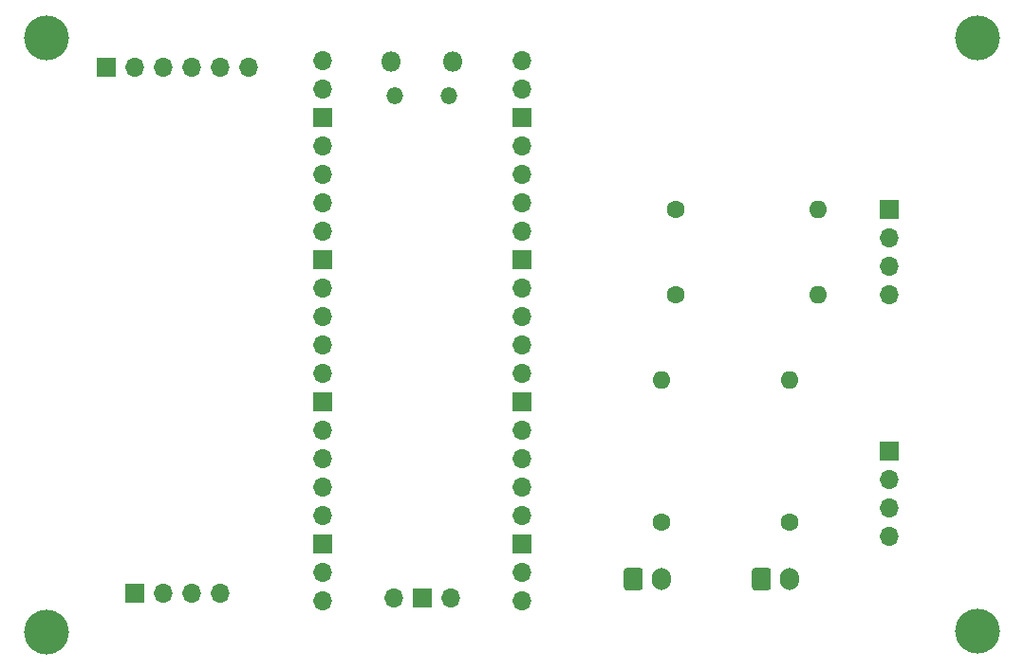
<source format=gbr>
%TF.GenerationSoftware,KiCad,Pcbnew,(5.1.7)-1*%
%TF.CreationDate,2021-05-11T21:19:05+01:00*%
%TF.ProjectId,flowcontrol-v0.1,666c6f77-636f-46e7-9472-6f6c2d76302e,rev?*%
%TF.SameCoordinates,Original*%
%TF.FileFunction,Soldermask,Bot*%
%TF.FilePolarity,Negative*%
%FSLAX46Y46*%
G04 Gerber Fmt 4.6, Leading zero omitted, Abs format (unit mm)*
G04 Created by KiCad (PCBNEW (5.1.7)-1) date 2021-05-11 21:19:05*
%MOMM*%
%LPD*%
G01*
G04 APERTURE LIST*
%ADD10C,4.000000*%
%ADD11O,1.700000X1.700000*%
%ADD12R,1.700000X1.700000*%
%ADD13O,1.700000X2.000000*%
%ADD14O,1.600000X1.600000*%
%ADD15C,1.600000*%
%ADD16O,1.500000X1.500000*%
%ADD17O,1.800000X1.800000*%
G04 APERTURE END LIST*
D10*
%TO.C,REF\u002A\u002A*%
X211074000Y-90106500D03*
%TD*%
%TO.C,REF\u002A\u002A*%
X211010500Y-143065500D03*
%TD*%
%TO.C,REF\u002A\u002A*%
X128016000Y-143129000D03*
%TD*%
%TO.C,REF\u002A\u002A*%
X128016000Y-90106500D03*
%TD*%
D11*
%TO.C,J1*%
X203200000Y-113030000D03*
X203200000Y-110490000D03*
X203200000Y-107950000D03*
D12*
X203200000Y-105410000D03*
%TD*%
%TO.C,J2*%
X203200000Y-127000000D03*
D11*
X203200000Y-129540000D03*
X203200000Y-132080000D03*
X203200000Y-134620000D03*
%TD*%
%TO.C,J3*%
G36*
G01*
X190920000Y-139180000D02*
X190920000Y-137680000D01*
G75*
G02*
X191170000Y-137430000I250000J0D01*
G01*
X192370000Y-137430000D01*
G75*
G02*
X192620000Y-137680000I0J-250000D01*
G01*
X192620000Y-139180000D01*
G75*
G02*
X192370000Y-139430000I-250000J0D01*
G01*
X191170000Y-139430000D01*
G75*
G02*
X190920000Y-139180000I0J250000D01*
G01*
G37*
D13*
X194270000Y-138430000D03*
%TD*%
%TO.C,J4*%
G36*
G01*
X179490000Y-139180000D02*
X179490000Y-137680000D01*
G75*
G02*
X179740000Y-137430000I250000J0D01*
G01*
X180940000Y-137430000D01*
G75*
G02*
X181190000Y-137680000I0J-250000D01*
G01*
X181190000Y-139180000D01*
G75*
G02*
X180940000Y-139430000I-250000J0D01*
G01*
X179740000Y-139430000D01*
G75*
G02*
X179490000Y-139180000I0J250000D01*
G01*
G37*
X182840000Y-138430000D03*
%TD*%
D12*
%TO.C,J7*%
X135890000Y-139700000D03*
D11*
X138430000Y-139700000D03*
X140970000Y-139700000D03*
X143510000Y-139700000D03*
%TD*%
%TO.C,J8*%
X146050000Y-92710000D03*
X143510000Y-92710000D03*
X140970000Y-92710000D03*
X138430000Y-92710000D03*
X135890000Y-92710000D03*
D12*
X133350000Y-92710000D03*
%TD*%
D14*
%TO.C,R1*%
X194310000Y-120650000D03*
D15*
X194310000Y-133350000D03*
%TD*%
D14*
%TO.C,R2*%
X182880000Y-120650000D03*
D15*
X182880000Y-133350000D03*
%TD*%
%TO.C,R3*%
X184150000Y-105410000D03*
D14*
X196850000Y-105410000D03*
%TD*%
D15*
%TO.C,R4*%
X184150000Y-113030000D03*
D14*
X196850000Y-113030000D03*
%TD*%
D11*
%TO.C,U1*%
X164015000Y-140130001D03*
D12*
X161475000Y-140130001D03*
D11*
X158935000Y-140130001D03*
D16*
X163900000Y-95260001D03*
X159050000Y-95260001D03*
D17*
X164200000Y-92230001D03*
X158750000Y-92230001D03*
D11*
X170365000Y-92100001D03*
X170365000Y-94640001D03*
D12*
X170365000Y-97180001D03*
D11*
X170365000Y-99720001D03*
X170365000Y-102260001D03*
X170365000Y-104800001D03*
X170365000Y-107340001D03*
D12*
X170365000Y-109880001D03*
D11*
X170365000Y-112420001D03*
X170365000Y-114960001D03*
X170365000Y-117500001D03*
X170365000Y-120040001D03*
D12*
X170365000Y-122580001D03*
D11*
X170365000Y-125120001D03*
X170365000Y-127660001D03*
X170365000Y-130200001D03*
X170365000Y-132740001D03*
D12*
X170365000Y-135280001D03*
D11*
X170365000Y-137820001D03*
X170365000Y-140360001D03*
X152585000Y-140360001D03*
X152585000Y-137820001D03*
D12*
X152585000Y-135280001D03*
D11*
X152585000Y-132740001D03*
X152585000Y-130200001D03*
X152585000Y-127660001D03*
X152585000Y-125120001D03*
D12*
X152585000Y-122580001D03*
D11*
X152585000Y-120040001D03*
X152585000Y-117500001D03*
X152585000Y-114960001D03*
X152585000Y-112420001D03*
D12*
X152585000Y-109880001D03*
D11*
X152585000Y-107340001D03*
X152585000Y-104800001D03*
X152585000Y-102260001D03*
X152585000Y-99720001D03*
D12*
X152585000Y-97180001D03*
D11*
X152585000Y-94640001D03*
X152585000Y-92100001D03*
%TD*%
M02*

</source>
